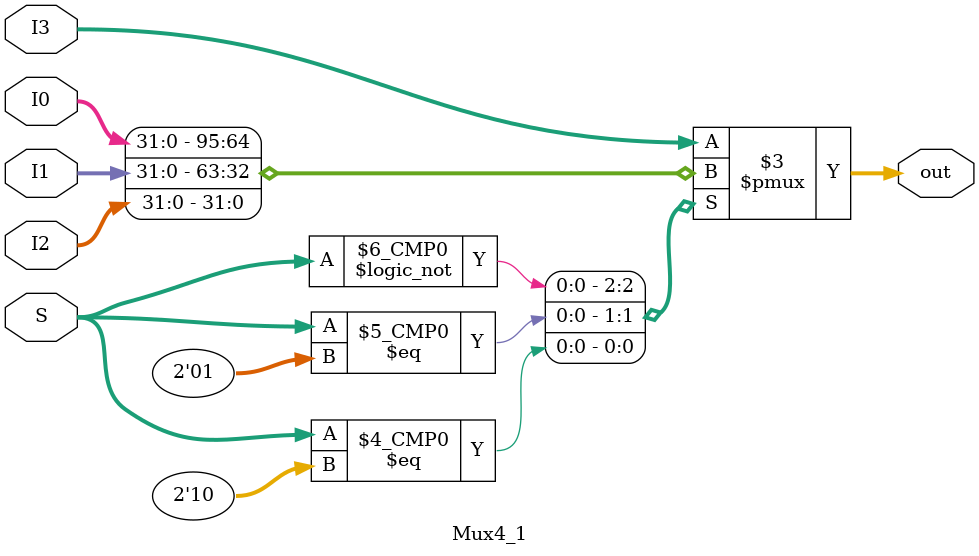
<source format=sv>
module Mux4_1(I0,I1,I2,I3,S,out);
  input [31:0]I0,I1,I2,I3;
  input [1:0]S;
  output [31:0]out;
  reg [31:0]out;
  always @ (I0,I1,I2,I3,S)
    begin
      case(S)
        2'b00: out = I0;
        2'b01: out = I1;
        2'b10: out = I2;
        default : out = I3;
      endcase
    end
endmodule
</source>
